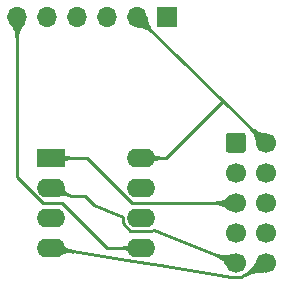
<source format=gbr>
%TF.GenerationSoftware,KiCad,Pcbnew,5.1.6*%
%TF.CreationDate,2020-09-07T14:06:32+03:00*%
%TF.ProjectId,pickit2_adapter,7069636b-6974-4325-9f61-646170746572,rev?*%
%TF.SameCoordinates,Original*%
%TF.FileFunction,Copper,L1,Top*%
%TF.FilePolarity,Positive*%
%FSLAX46Y46*%
G04 Gerber Fmt 4.6, Leading zero omitted, Abs format (unit mm)*
G04 Created by KiCad (PCBNEW 5.1.6) date 2020-09-07 14:06:32*
%MOMM*%
%LPD*%
G01*
G04 APERTURE LIST*
%TA.AperFunction,ComponentPad*%
%ADD10O,2.400000X1.600000*%
%TD*%
%TA.AperFunction,ComponentPad*%
%ADD11R,2.400000X1.600000*%
%TD*%
%TA.AperFunction,ComponentPad*%
%ADD12C,1.700000*%
%TD*%
%TA.AperFunction,ComponentPad*%
%ADD13O,1.700000X1.700000*%
%TD*%
%TA.AperFunction,ComponentPad*%
%ADD14R,1.700000X1.700000*%
%TD*%
%TA.AperFunction,Conductor*%
%ADD15C,0.250000*%
%TD*%
%TA.AperFunction,Conductor*%
%ADD16C,0.025400*%
%TD*%
G04 APERTURE END LIST*
D10*
%TO.P,SPI,8*%
%TO.N,VDD*%
X94742000Y-50927000D03*
%TO.P,SPI,4*%
%TO.N,GND*%
X87122000Y-58547000D03*
%TO.P,SPI,7*%
%TO.N,VDD*%
X94742000Y-53467000D03*
%TO.P,SPI,3*%
X87122000Y-56007000D03*
%TO.P,SPI,6*%
%TO.N,pgc*%
X94742000Y-56007000D03*
%TO.P,SPI,2*%
%TO.N,pgd*%
X87122000Y-53467000D03*
%TO.P,SPI,5*%
%TO.N,pgm*%
X94742000Y-58547000D03*
D11*
%TO.P,SPI,1*%
%TO.N,vpp*%
X87122000Y-50927000D03*
%TD*%
D12*
%TO.P,AVR,10*%
%TO.N,GND*%
X105283000Y-59817000D03*
%TO.P,AVR,8*%
X105283000Y-57277000D03*
%TO.P,AVR,6*%
X105283000Y-54737000D03*
%TO.P,AVR,4*%
X105283000Y-52197000D03*
%TO.P,AVR,2*%
%TO.N,VDD*%
X105283000Y-49657000D03*
%TO.P,AVR,9*%
%TO.N,pgd*%
X102743000Y-59817000D03*
%TO.P,AVR,7*%
%TO.N,pgc*%
X102743000Y-57277000D03*
%TO.P,AVR,5*%
%TO.N,vpp*%
X102743000Y-54737000D03*
%TO.P,AVR,3*%
%TO.N,N/C*%
X102743000Y-52197000D03*
%TO.P,AVR,1*%
%TO.N,pgm*%
%TA.AperFunction,ComponentPad*%
G36*
G01*
X101893000Y-50257000D02*
X101893000Y-49057000D01*
G75*
G02*
X102143000Y-48807000I250000J0D01*
G01*
X103343000Y-48807000D01*
G75*
G02*
X103593000Y-49057000I0J-250000D01*
G01*
X103593000Y-50257000D01*
G75*
G02*
X103343000Y-50507000I-250000J0D01*
G01*
X102143000Y-50507000D01*
G75*
G02*
X101893000Y-50257000I0J250000D01*
G01*
G37*
%TD.AperFunction*%
%TD*%
D13*
%TO.P,PICkit2,6*%
%TO.N,pgm*%
X84201000Y-38989000D03*
%TO.P,PICkit2,5*%
%TO.N,pgc*%
X86741000Y-38989000D03*
%TO.P,PICkit2,4*%
%TO.N,pgd*%
X89281000Y-38989000D03*
%TO.P,PICkit2,3*%
%TO.N,GND*%
X91821000Y-38989000D03*
%TO.P,PICkit2,2*%
%TO.N,VDD*%
X94361000Y-38989000D03*
D14*
%TO.P,PICkit2,1*%
%TO.N,vpp*%
X96901000Y-38989000D03*
%TD*%
D15*
%TO.N,pgm*%
X84201000Y-38989000D02*
X84201000Y-52539900D01*
X84201000Y-52539900D02*
X86398100Y-54737000D01*
X86398100Y-54737000D02*
X88064800Y-54737000D01*
X88064800Y-54737000D02*
X91874800Y-58547000D01*
X91874800Y-58547000D02*
X94742000Y-58547000D01*
%TO.N,pgd*%
X87122000Y-53467000D02*
X88782700Y-54142100D01*
X88782700Y-54142100D02*
X89958700Y-54142100D01*
X89958700Y-54142100D02*
X90222400Y-54405800D01*
X90222400Y-54405800D02*
X90764100Y-54947500D01*
X90764100Y-54947500D02*
X93189900Y-55933600D01*
X93189900Y-55933600D02*
X93208700Y-56187400D01*
X93208700Y-56187400D02*
X93216700Y-56402300D01*
X93216700Y-56402300D02*
X93225900Y-56448600D01*
X93225900Y-56448600D02*
X93243600Y-56491400D01*
X93243600Y-56491400D02*
X93261300Y-56517800D01*
X93261300Y-56517800D02*
X93825800Y-57082300D01*
X93825800Y-57082300D02*
X93861900Y-57106500D01*
X93861900Y-57106500D02*
X93908600Y-57125800D01*
X93908600Y-57125800D02*
X93941400Y-57132300D01*
X93941400Y-57132300D02*
X95542300Y-57132300D01*
X95542300Y-57132300D02*
X95578100Y-57125200D01*
X95578100Y-57125200D02*
X95839600Y-57016900D01*
X95839600Y-57016900D02*
X95849700Y-57014800D01*
X95849700Y-57014800D02*
X102743000Y-59817000D01*
%TO.N,GND*%
X105283000Y-59817000D02*
X104993000Y-59972100D01*
X104993000Y-59972100D02*
X103290900Y-60942400D01*
X103290900Y-60942400D02*
X103230500Y-60974000D01*
X103230500Y-60974000D02*
X103176500Y-60990300D01*
X103176500Y-60990300D02*
X103166600Y-60992300D01*
X103166600Y-60992300D02*
X102321400Y-60992300D01*
X102321400Y-60992300D02*
X96326200Y-59995100D01*
X96326200Y-59995100D02*
X94037600Y-59688500D01*
X94037600Y-59688500D02*
X87392700Y-58583300D01*
X87392700Y-58583300D02*
X87122000Y-58547000D01*
%TO.N,VDD*%
X101654000Y-46112400D02*
X94361000Y-38989000D01*
X105283000Y-49657000D02*
X101654000Y-46112400D01*
X94742000Y-50927000D02*
X96839400Y-50927000D01*
X96839400Y-50927000D02*
X101654000Y-46112400D01*
%TO.N,vpp*%
X102743000Y-54737000D02*
X93943300Y-54737000D01*
X93943300Y-54737000D02*
X90133300Y-50927000D01*
X90133300Y-50927000D02*
X87122000Y-50927000D01*
%TD*%
D16*
%TO.N,pgm*%
G36*
X84780271Y-39594165D02*
G01*
X84697476Y-39681648D01*
X84696825Y-39682392D01*
X84616925Y-39781187D01*
X84616312Y-39782011D01*
X84545812Y-39885244D01*
X84545255Y-39886138D01*
X84484155Y-39993809D01*
X84483667Y-39994759D01*
X84431967Y-40106867D01*
X84431562Y-40107852D01*
X84389262Y-40224398D01*
X84388945Y-40225398D01*
X84356045Y-40346382D01*
X84355817Y-40347376D01*
X84332317Y-40472798D01*
X84332174Y-40473766D01*
X84318074Y-40603626D01*
X84318008Y-40604553D01*
X84313737Y-40726595D01*
X84088263Y-40726595D01*
X84083992Y-40604553D01*
X84083926Y-40603626D01*
X84069826Y-40473766D01*
X84069683Y-40472798D01*
X84046183Y-40347376D01*
X84045955Y-40346382D01*
X84013055Y-40225398D01*
X84012738Y-40224398D01*
X83970438Y-40107852D01*
X83970033Y-40106867D01*
X83918333Y-39994759D01*
X83917845Y-39993809D01*
X83856745Y-39886138D01*
X83856188Y-39885244D01*
X83785688Y-39782011D01*
X83785075Y-39781187D01*
X83705175Y-39682392D01*
X83704524Y-39681648D01*
X83621729Y-39594165D01*
X84201000Y-38589426D01*
X84780271Y-39594165D01*
G37*
X84780271Y-39594165D02*
X84697476Y-39681648D01*
X84696825Y-39682392D01*
X84616925Y-39781187D01*
X84616312Y-39782011D01*
X84545812Y-39885244D01*
X84545255Y-39886138D01*
X84484155Y-39993809D01*
X84483667Y-39994759D01*
X84431967Y-40106867D01*
X84431562Y-40107852D01*
X84389262Y-40224398D01*
X84388945Y-40225398D01*
X84356045Y-40346382D01*
X84355817Y-40347376D01*
X84332317Y-40472798D01*
X84332174Y-40473766D01*
X84318074Y-40603626D01*
X84318008Y-40604553D01*
X84313737Y-40726595D01*
X84088263Y-40726595D01*
X84083992Y-40604553D01*
X84083926Y-40603626D01*
X84069826Y-40473766D01*
X84069683Y-40472798D01*
X84046183Y-40347376D01*
X84045955Y-40346382D01*
X84013055Y-40225398D01*
X84012738Y-40224398D01*
X83970438Y-40107852D01*
X83970033Y-40106867D01*
X83918333Y-39994759D01*
X83917845Y-39993809D01*
X83856745Y-39886138D01*
X83856188Y-39885244D01*
X83785688Y-39782011D01*
X83785075Y-39781187D01*
X83705175Y-39682392D01*
X83704524Y-39681648D01*
X83621729Y-39594165D01*
X84201000Y-38589426D01*
X84780271Y-39594165D01*
G36*
X95116574Y-58547000D02*
G01*
X94172542Y-59091271D01*
X94092083Y-59015125D01*
X94091339Y-59014474D01*
X93999897Y-58940524D01*
X93999073Y-58939911D01*
X93903521Y-58874661D01*
X93902627Y-58874103D01*
X93802965Y-58817553D01*
X93802015Y-58817066D01*
X93698243Y-58769216D01*
X93697257Y-58768811D01*
X93589375Y-58729661D01*
X93588375Y-58729344D01*
X93476383Y-58698894D01*
X93475389Y-58698666D01*
X93359287Y-58676916D01*
X93358320Y-58676773D01*
X93238108Y-58663723D01*
X93237181Y-58663657D01*
X93125115Y-58659736D01*
X93125115Y-58434264D01*
X93237181Y-58430342D01*
X93238108Y-58430276D01*
X93358320Y-58417226D01*
X93359287Y-58417083D01*
X93475389Y-58395333D01*
X93476383Y-58395105D01*
X93588375Y-58364655D01*
X93589375Y-58364338D01*
X93697257Y-58325188D01*
X93698243Y-58324783D01*
X93802015Y-58276933D01*
X93802965Y-58276446D01*
X93902627Y-58219896D01*
X93903521Y-58219338D01*
X93999073Y-58154088D01*
X93999897Y-58153475D01*
X94091339Y-58079525D01*
X94092083Y-58078874D01*
X94172542Y-58002729D01*
X95116574Y-58547000D01*
G37*
X95116574Y-58547000D02*
X94172542Y-59091271D01*
X94092083Y-59015125D01*
X94091339Y-59014474D01*
X93999897Y-58940524D01*
X93999073Y-58939911D01*
X93903521Y-58874661D01*
X93902627Y-58874103D01*
X93802965Y-58817553D01*
X93802015Y-58817066D01*
X93698243Y-58769216D01*
X93697257Y-58768811D01*
X93589375Y-58729661D01*
X93588375Y-58729344D01*
X93476383Y-58698894D01*
X93475389Y-58698666D01*
X93359287Y-58676916D01*
X93358320Y-58676773D01*
X93238108Y-58663723D01*
X93237181Y-58663657D01*
X93125115Y-58659736D01*
X93125115Y-58434264D01*
X93237181Y-58430342D01*
X93238108Y-58430276D01*
X93358320Y-58417226D01*
X93359287Y-58417083D01*
X93475389Y-58395333D01*
X93476383Y-58395105D01*
X93588375Y-58364655D01*
X93589375Y-58364338D01*
X93697257Y-58325188D01*
X93698243Y-58324783D01*
X93802015Y-58276933D01*
X93802965Y-58276446D01*
X93902627Y-58219896D01*
X93903521Y-58219338D01*
X93999073Y-58154088D01*
X93999897Y-58153475D01*
X94091339Y-58079525D01*
X94092083Y-58078874D01*
X94172542Y-58002729D01*
X95116574Y-58547000D01*
%TO.N,pgd*%
G36*
X87900359Y-53278088D02*
G01*
X87900803Y-53278971D01*
X87957665Y-53381913D01*
X87958198Y-53382791D01*
X88022143Y-53479221D01*
X88022761Y-53480074D01*
X88093790Y-53569992D01*
X88094486Y-53570801D01*
X88172599Y-53654208D01*
X88173360Y-53654955D01*
X88258556Y-53731850D01*
X88259363Y-53732520D01*
X88351644Y-53802903D01*
X88352479Y-53803488D01*
X88451843Y-53867359D01*
X88452685Y-53867856D01*
X88559132Y-53925216D01*
X88559966Y-53925627D01*
X88662306Y-53971462D01*
X88577395Y-54180336D01*
X88472102Y-54141765D01*
X88471219Y-54141478D01*
X88354942Y-54108297D01*
X88353992Y-54108064D01*
X88238247Y-54084490D01*
X88237240Y-54084327D01*
X88122026Y-54070361D01*
X88120980Y-54070278D01*
X88006296Y-54065919D01*
X88005231Y-54065923D01*
X87891079Y-54071171D01*
X87890016Y-54071265D01*
X87776395Y-54086120D01*
X87775356Y-54086300D01*
X87662266Y-54110762D01*
X87661272Y-54111020D01*
X87548713Y-54145090D01*
X87547779Y-54145413D01*
X87444570Y-54185653D01*
X86775003Y-53325940D01*
X87854500Y-53177249D01*
X87900359Y-53278088D01*
G37*
X87900359Y-53278088D02*
X87900803Y-53278971D01*
X87957665Y-53381913D01*
X87958198Y-53382791D01*
X88022143Y-53479221D01*
X88022761Y-53480074D01*
X88093790Y-53569992D01*
X88094486Y-53570801D01*
X88172599Y-53654208D01*
X88173360Y-53654955D01*
X88258556Y-53731850D01*
X88259363Y-53732520D01*
X88351644Y-53802903D01*
X88352479Y-53803488D01*
X88451843Y-53867359D01*
X88452685Y-53867856D01*
X88559132Y-53925216D01*
X88559966Y-53925627D01*
X88662306Y-53971462D01*
X88577395Y-54180336D01*
X88472102Y-54141765D01*
X88471219Y-54141478D01*
X88354942Y-54108297D01*
X88353992Y-54108064D01*
X88238247Y-54084490D01*
X88237240Y-54084327D01*
X88122026Y-54070361D01*
X88120980Y-54070278D01*
X88006296Y-54065919D01*
X88005231Y-54065923D01*
X87891079Y-54071171D01*
X87890016Y-54071265D01*
X87776395Y-54086120D01*
X87775356Y-54086300D01*
X87662266Y-54110762D01*
X87661272Y-54111020D01*
X87548713Y-54145090D01*
X87547779Y-54145413D01*
X87444570Y-54185653D01*
X86775003Y-53325940D01*
X87854500Y-53177249D01*
X87900359Y-53278088D01*
G36*
X103113157Y-59967473D02*
G01*
X101964242Y-60125729D01*
X101914377Y-60016084D01*
X101913933Y-60015202D01*
X101852500Y-59903980D01*
X101851968Y-59903102D01*
X101782884Y-59798916D01*
X101782265Y-59798062D01*
X101705530Y-59700913D01*
X101704834Y-59700104D01*
X101620449Y-59609992D01*
X101619689Y-59609245D01*
X101527652Y-59526170D01*
X101526844Y-59525500D01*
X101427156Y-59449461D01*
X101426321Y-59448876D01*
X101318982Y-59379875D01*
X101318140Y-59379378D01*
X101203150Y-59317413D01*
X101202316Y-59317002D01*
X101090868Y-59267087D01*
X101175778Y-59058212D01*
X101290443Y-59100214D01*
X101291326Y-59100502D01*
X101416936Y-59136343D01*
X101417887Y-59136575D01*
X101542925Y-59162037D01*
X101543931Y-59162200D01*
X101668398Y-59177283D01*
X101669444Y-59177366D01*
X101793340Y-59182069D01*
X101794406Y-59182065D01*
X101917731Y-59176390D01*
X101918794Y-59176296D01*
X102041547Y-59160241D01*
X102042586Y-59160061D01*
X102164769Y-59133626D01*
X102165763Y-59133368D01*
X102287374Y-59096555D01*
X102288307Y-59096232D01*
X102400529Y-59052478D01*
X103113157Y-59967473D01*
G37*
X103113157Y-59967473D02*
X101964242Y-60125729D01*
X101914377Y-60016084D01*
X101913933Y-60015202D01*
X101852500Y-59903980D01*
X101851968Y-59903102D01*
X101782884Y-59798916D01*
X101782265Y-59798062D01*
X101705530Y-59700913D01*
X101704834Y-59700104D01*
X101620449Y-59609992D01*
X101619689Y-59609245D01*
X101527652Y-59526170D01*
X101526844Y-59525500D01*
X101427156Y-59449461D01*
X101426321Y-59448876D01*
X101318982Y-59379875D01*
X101318140Y-59379378D01*
X101203150Y-59317413D01*
X101202316Y-59317002D01*
X101090868Y-59267087D01*
X101175778Y-59058212D01*
X101290443Y-59100214D01*
X101291326Y-59100502D01*
X101416936Y-59136343D01*
X101417887Y-59136575D01*
X101542925Y-59162037D01*
X101543931Y-59162200D01*
X101668398Y-59177283D01*
X101669444Y-59177366D01*
X101793340Y-59182069D01*
X101794406Y-59182065D01*
X101917731Y-59176390D01*
X101918794Y-59176296D01*
X102041547Y-59160241D01*
X102042586Y-59160061D01*
X102164769Y-59133626D01*
X102165763Y-59133368D01*
X102287374Y-59096555D01*
X102288307Y-59096232D01*
X102400529Y-59052478D01*
X103113157Y-59967473D01*
%TO.N,GND*%
G36*
X105630130Y-59619115D02*
G01*
X105044057Y-60620087D01*
X104924029Y-60592847D01*
X104922707Y-60592620D01*
X104788609Y-60576787D01*
X104787336Y-60576701D01*
X104648237Y-60574334D01*
X104647046Y-60574370D01*
X104502947Y-60585469D01*
X104501857Y-60585600D01*
X104352759Y-60610166D01*
X104351781Y-60610367D01*
X104197682Y-60648398D01*
X104196814Y-60648645D01*
X104037715Y-60700142D01*
X104036951Y-60700417D01*
X103872852Y-60765381D01*
X103872183Y-60765668D01*
X103703084Y-60844098D01*
X103702500Y-60844388D01*
X103539274Y-60930545D01*
X103427745Y-60734902D01*
X103586419Y-60641200D01*
X103586982Y-60640847D01*
X103742116Y-60537918D01*
X103742723Y-60537489D01*
X103883545Y-60431694D01*
X103884192Y-60431174D01*
X104010704Y-60322513D01*
X104011382Y-60321886D01*
X104123584Y-60210358D01*
X104124280Y-60209608D01*
X104222170Y-60095214D01*
X104222863Y-60094328D01*
X104306443Y-59977067D01*
X104307103Y-59976040D01*
X104376373Y-59855912D01*
X104376966Y-59854749D01*
X104431924Y-59731755D01*
X104432414Y-59730477D01*
X104470207Y-59613459D01*
X105630130Y-59619115D01*
G37*
X105630130Y-59619115D02*
X105044057Y-60620087D01*
X104924029Y-60592847D01*
X104922707Y-60592620D01*
X104788609Y-60576787D01*
X104787336Y-60576701D01*
X104648237Y-60574334D01*
X104647046Y-60574370D01*
X104502947Y-60585469D01*
X104501857Y-60585600D01*
X104352759Y-60610166D01*
X104351781Y-60610367D01*
X104197682Y-60648398D01*
X104196814Y-60648645D01*
X104037715Y-60700142D01*
X104036951Y-60700417D01*
X103872852Y-60765381D01*
X103872183Y-60765668D01*
X103703084Y-60844098D01*
X103702500Y-60844388D01*
X103539274Y-60930545D01*
X103427745Y-60734902D01*
X103586419Y-60641200D01*
X103586982Y-60640847D01*
X103742116Y-60537918D01*
X103742723Y-60537489D01*
X103883545Y-60431694D01*
X103884192Y-60431174D01*
X104010704Y-60322513D01*
X104011382Y-60321886D01*
X104123584Y-60210358D01*
X104124280Y-60209608D01*
X104222170Y-60095214D01*
X104222863Y-60094328D01*
X104306443Y-59977067D01*
X104307103Y-59976040D01*
X104376373Y-59855912D01*
X104376966Y-59854749D01*
X104431924Y-59731755D01*
X104432414Y-59730477D01*
X104470207Y-59613459D01*
X105630130Y-59619115D01*
G36*
X87842744Y-58192372D02*
G01*
X87843621Y-58193378D01*
X87929812Y-58282417D01*
X87930751Y-58283293D01*
X88027837Y-58365151D01*
X88028799Y-58365888D01*
X88136782Y-58440564D01*
X88137736Y-58441162D01*
X88256614Y-58508657D01*
X88257532Y-58509130D01*
X88387306Y-58569442D01*
X88388171Y-58569806D01*
X88528840Y-58622937D01*
X88529642Y-58623210D01*
X88681207Y-58669159D01*
X88681944Y-58669358D01*
X88844405Y-58708125D01*
X88845077Y-58708266D01*
X89006130Y-58737610D01*
X88969179Y-58959777D01*
X88806565Y-58938375D01*
X88805897Y-58938305D01*
X88639154Y-58925284D01*
X88638408Y-58925247D01*
X88479706Y-58922209D01*
X88478878Y-58922220D01*
X88328216Y-58929164D01*
X88327304Y-58929240D01*
X88184684Y-58946166D01*
X88183691Y-58946324D01*
X88049111Y-58973233D01*
X88048046Y-58973494D01*
X87921508Y-59010385D01*
X87920391Y-59010767D01*
X87801893Y-59057641D01*
X87800753Y-59058159D01*
X87690296Y-59115015D01*
X87689167Y-59115672D01*
X87594556Y-59177418D01*
X86752503Y-58485545D01*
X87773185Y-58103481D01*
X87842744Y-58192372D01*
G37*
X87842744Y-58192372D02*
X87843621Y-58193378D01*
X87929812Y-58282417D01*
X87930751Y-58283293D01*
X88027837Y-58365151D01*
X88028799Y-58365888D01*
X88136782Y-58440564D01*
X88137736Y-58441162D01*
X88256614Y-58508657D01*
X88257532Y-58509130D01*
X88387306Y-58569442D01*
X88388171Y-58569806D01*
X88528840Y-58622937D01*
X88529642Y-58623210D01*
X88681207Y-58669159D01*
X88681944Y-58669358D01*
X88844405Y-58708125D01*
X88845077Y-58708266D01*
X89006130Y-58737610D01*
X88969179Y-58959777D01*
X88806565Y-58938375D01*
X88805897Y-58938305D01*
X88639154Y-58925284D01*
X88638408Y-58925247D01*
X88479706Y-58922209D01*
X88478878Y-58922220D01*
X88328216Y-58929164D01*
X88327304Y-58929240D01*
X88184684Y-58946166D01*
X88183691Y-58946324D01*
X88049111Y-58973233D01*
X88048046Y-58973494D01*
X87921508Y-59010385D01*
X87920391Y-59010767D01*
X87801893Y-59057641D01*
X87800753Y-59058159D01*
X87690296Y-59115015D01*
X87689167Y-59115672D01*
X87594556Y-59177418D01*
X86752503Y-58485545D01*
X87773185Y-58103481D01*
X87842744Y-58192372D01*
%TO.N,VDD*%
G36*
X95198680Y-38997458D02*
G01*
X95203411Y-39117814D01*
X95203488Y-39118799D01*
X95218335Y-39244990D01*
X95218496Y-39246004D01*
X95243085Y-39368571D01*
X95243335Y-39369595D01*
X95277667Y-39488538D01*
X95278006Y-39489550D01*
X95322081Y-39604869D01*
X95322503Y-39605848D01*
X95376320Y-39717544D01*
X95376814Y-39718469D01*
X95440375Y-39826541D01*
X95440927Y-39827399D01*
X95514230Y-39931847D01*
X95514822Y-39932625D01*
X95597869Y-40033450D01*
X95598486Y-40034145D01*
X95682807Y-40122477D01*
X95525260Y-40283775D01*
X95434969Y-40201555D01*
X95434259Y-40200955D01*
X95331509Y-40120304D01*
X95330717Y-40119730D01*
X95224573Y-40048904D01*
X95223703Y-40048373D01*
X95114165Y-39987372D01*
X95113228Y-39986899D01*
X95000297Y-39935724D01*
X94999309Y-39935326D01*
X94882984Y-39893976D01*
X94881964Y-39893661D01*
X94762246Y-39862137D01*
X94761216Y-39861911D01*
X94638105Y-39840212D01*
X94637088Y-39840075D01*
X94510583Y-39828202D01*
X94509596Y-39828148D01*
X94389162Y-39826249D01*
X94075156Y-38709803D01*
X95198680Y-38997458D01*
G37*
X95198680Y-38997458D02*
X95203411Y-39117814D01*
X95203488Y-39118799D01*
X95218335Y-39244990D01*
X95218496Y-39246004D01*
X95243085Y-39368571D01*
X95243335Y-39369595D01*
X95277667Y-39488538D01*
X95278006Y-39489550D01*
X95322081Y-39604869D01*
X95322503Y-39605848D01*
X95376320Y-39717544D01*
X95376814Y-39718469D01*
X95440375Y-39826541D01*
X95440927Y-39827399D01*
X95514230Y-39931847D01*
X95514822Y-39932625D01*
X95597869Y-40033450D01*
X95598486Y-40034145D01*
X95682807Y-40122477D01*
X95525260Y-40283775D01*
X95434969Y-40201555D01*
X95434259Y-40200955D01*
X95331509Y-40120304D01*
X95330717Y-40119730D01*
X95224573Y-40048904D01*
X95223703Y-40048373D01*
X95114165Y-39987372D01*
X95113228Y-39986899D01*
X95000297Y-39935724D01*
X94999309Y-39935326D01*
X94882984Y-39893976D01*
X94881964Y-39893661D01*
X94762246Y-39862137D01*
X94761216Y-39861911D01*
X94638105Y-39840212D01*
X94637088Y-39840075D01*
X94510583Y-39828202D01*
X94509596Y-39828148D01*
X94389162Y-39826249D01*
X94075156Y-38709803D01*
X95198680Y-38997458D01*
G36*
X104209029Y-48444445D02*
G01*
X104209739Y-48445045D01*
X104312490Y-48525696D01*
X104313282Y-48526270D01*
X104419426Y-48597096D01*
X104420296Y-48597628D01*
X104529833Y-48658628D01*
X104530770Y-48659100D01*
X104643702Y-48710275D01*
X104644690Y-48710673D01*
X104761014Y-48752023D01*
X104762034Y-48752338D01*
X104881752Y-48783862D01*
X104882782Y-48784088D01*
X105005893Y-48805787D01*
X105006910Y-48805924D01*
X105133415Y-48817797D01*
X105134402Y-48817851D01*
X105254837Y-48819751D01*
X105568845Y-49936197D01*
X104445320Y-49648543D01*
X104440588Y-49528185D01*
X104440511Y-49527200D01*
X104425664Y-49401010D01*
X104425503Y-49399996D01*
X104400914Y-49277429D01*
X104400664Y-49276405D01*
X104366332Y-49157462D01*
X104365993Y-49156450D01*
X104321918Y-49041131D01*
X104321496Y-49040152D01*
X104267678Y-48928456D01*
X104267184Y-48927531D01*
X104203624Y-48819459D01*
X104203072Y-48818601D01*
X104129768Y-48714152D01*
X104129176Y-48713374D01*
X104046130Y-48612550D01*
X104045513Y-48611855D01*
X103961192Y-48523524D01*
X104118739Y-48362226D01*
X104209029Y-48444445D01*
G37*
X104209029Y-48444445D02*
X104209739Y-48445045D01*
X104312490Y-48525696D01*
X104313282Y-48526270D01*
X104419426Y-48597096D01*
X104420296Y-48597628D01*
X104529833Y-48658628D01*
X104530770Y-48659100D01*
X104643702Y-48710275D01*
X104644690Y-48710673D01*
X104761014Y-48752023D01*
X104762034Y-48752338D01*
X104881752Y-48783862D01*
X104882782Y-48784088D01*
X105005893Y-48805787D01*
X105006910Y-48805924D01*
X105133415Y-48817797D01*
X105134402Y-48817851D01*
X105254837Y-48819751D01*
X105568845Y-49936197D01*
X104445320Y-49648543D01*
X104440588Y-49528185D01*
X104440511Y-49527200D01*
X104425664Y-49401010D01*
X104425503Y-49399996D01*
X104400914Y-49277429D01*
X104400664Y-49276405D01*
X104366332Y-49157462D01*
X104365993Y-49156450D01*
X104321918Y-49041131D01*
X104321496Y-49040152D01*
X104267678Y-48928456D01*
X104267184Y-48927531D01*
X104203624Y-48819459D01*
X104203072Y-48818601D01*
X104129768Y-48714152D01*
X104129176Y-48713374D01*
X104046130Y-48612550D01*
X104045513Y-48611855D01*
X103961192Y-48523524D01*
X104118739Y-48362226D01*
X104209029Y-48444445D01*
G36*
X95391916Y-50458874D02*
G01*
X95392660Y-50459525D01*
X95484102Y-50533475D01*
X95484926Y-50534088D01*
X95580478Y-50599338D01*
X95581372Y-50599896D01*
X95681034Y-50656446D01*
X95681984Y-50656933D01*
X95785756Y-50704783D01*
X95786742Y-50705188D01*
X95894624Y-50744338D01*
X95895624Y-50744655D01*
X96007616Y-50775105D01*
X96008610Y-50775333D01*
X96124712Y-50797083D01*
X96125679Y-50797226D01*
X96245891Y-50810276D01*
X96246818Y-50810342D01*
X96358885Y-50814264D01*
X96358885Y-51039736D01*
X96246818Y-51043657D01*
X96245891Y-51043723D01*
X96125679Y-51056773D01*
X96124712Y-51056916D01*
X96008610Y-51078666D01*
X96007616Y-51078894D01*
X95895624Y-51109344D01*
X95894624Y-51109661D01*
X95786742Y-51148811D01*
X95785756Y-51149216D01*
X95681984Y-51197066D01*
X95681034Y-51197553D01*
X95581372Y-51254103D01*
X95580478Y-51254661D01*
X95484926Y-51319911D01*
X95484102Y-51320524D01*
X95392660Y-51394474D01*
X95391916Y-51395125D01*
X95311458Y-51471271D01*
X94367426Y-50927000D01*
X95311458Y-50382729D01*
X95391916Y-50458874D01*
G37*
X95391916Y-50458874D02*
X95392660Y-50459525D01*
X95484102Y-50533475D01*
X95484926Y-50534088D01*
X95580478Y-50599338D01*
X95581372Y-50599896D01*
X95681034Y-50656446D01*
X95681984Y-50656933D01*
X95785756Y-50704783D01*
X95786742Y-50705188D01*
X95894624Y-50744338D01*
X95895624Y-50744655D01*
X96007616Y-50775105D01*
X96008610Y-50775333D01*
X96124712Y-50797083D01*
X96125679Y-50797226D01*
X96245891Y-50810276D01*
X96246818Y-50810342D01*
X96358885Y-50814264D01*
X96358885Y-51039736D01*
X96246818Y-51043657D01*
X96245891Y-51043723D01*
X96125679Y-51056773D01*
X96124712Y-51056916D01*
X96008610Y-51078666D01*
X96007616Y-51078894D01*
X95895624Y-51109344D01*
X95894624Y-51109661D01*
X95786742Y-51148811D01*
X95785756Y-51149216D01*
X95681984Y-51197066D01*
X95681034Y-51197553D01*
X95581372Y-51254103D01*
X95580478Y-51254661D01*
X95484926Y-51319911D01*
X95484102Y-51320524D01*
X95392660Y-51394474D01*
X95391916Y-51395125D01*
X95311458Y-51471271D01*
X94367426Y-50927000D01*
X95311458Y-50382729D01*
X95391916Y-50458874D01*
%TO.N,vpp*%
G36*
X103142574Y-54737000D02*
G01*
X102137835Y-55316271D01*
X102050351Y-55233476D01*
X102049607Y-55232825D01*
X101950812Y-55152925D01*
X101949988Y-55152312D01*
X101846755Y-55081812D01*
X101845861Y-55081255D01*
X101738191Y-55020155D01*
X101737241Y-55019667D01*
X101625132Y-54967967D01*
X101624147Y-54967562D01*
X101507601Y-54925262D01*
X101506601Y-54924945D01*
X101385617Y-54892045D01*
X101384623Y-54891817D01*
X101259201Y-54868317D01*
X101258233Y-54868174D01*
X101128373Y-54854074D01*
X101127446Y-54854008D01*
X101005405Y-54849737D01*
X101005405Y-54624263D01*
X101127446Y-54619992D01*
X101128373Y-54619926D01*
X101258233Y-54605826D01*
X101259201Y-54605683D01*
X101384623Y-54582183D01*
X101385617Y-54581955D01*
X101506601Y-54549055D01*
X101507601Y-54548738D01*
X101624147Y-54506438D01*
X101625132Y-54506033D01*
X101737240Y-54454333D01*
X101738190Y-54453845D01*
X101845861Y-54392745D01*
X101846755Y-54392188D01*
X101949988Y-54321688D01*
X101950812Y-54321075D01*
X102049607Y-54241175D01*
X102050351Y-54240524D01*
X102137835Y-54157729D01*
X103142574Y-54737000D01*
G37*
X103142574Y-54737000D02*
X102137835Y-55316271D01*
X102050351Y-55233476D01*
X102049607Y-55232825D01*
X101950812Y-55152925D01*
X101949988Y-55152312D01*
X101846755Y-55081812D01*
X101845861Y-55081255D01*
X101738191Y-55020155D01*
X101737241Y-55019667D01*
X101625132Y-54967967D01*
X101624147Y-54967562D01*
X101507601Y-54925262D01*
X101506601Y-54924945D01*
X101385617Y-54892045D01*
X101384623Y-54891817D01*
X101259201Y-54868317D01*
X101258233Y-54868174D01*
X101128373Y-54854074D01*
X101127446Y-54854008D01*
X101005405Y-54849737D01*
X101005405Y-54624263D01*
X101127446Y-54619992D01*
X101128373Y-54619926D01*
X101258233Y-54605826D01*
X101259201Y-54605683D01*
X101384623Y-54582183D01*
X101385617Y-54581955D01*
X101506601Y-54549055D01*
X101507601Y-54548738D01*
X101624147Y-54506438D01*
X101625132Y-54506033D01*
X101737240Y-54454333D01*
X101738190Y-54453845D01*
X101845861Y-54392745D01*
X101846755Y-54392188D01*
X101949988Y-54321688D01*
X101950812Y-54321075D01*
X102049607Y-54241175D01*
X102050351Y-54240524D01*
X102137835Y-54157729D01*
X103142574Y-54737000D01*
G36*
X87771916Y-50458874D02*
G01*
X87772660Y-50459525D01*
X87864102Y-50533475D01*
X87864926Y-50534088D01*
X87960478Y-50599338D01*
X87961372Y-50599896D01*
X88061034Y-50656446D01*
X88061984Y-50656933D01*
X88165756Y-50704783D01*
X88166742Y-50705188D01*
X88274624Y-50744338D01*
X88275624Y-50744655D01*
X88387616Y-50775105D01*
X88388610Y-50775333D01*
X88504712Y-50797083D01*
X88505679Y-50797226D01*
X88625891Y-50810276D01*
X88626818Y-50810342D01*
X88738885Y-50814264D01*
X88738885Y-51039736D01*
X88626818Y-51043657D01*
X88625891Y-51043723D01*
X88505679Y-51056773D01*
X88504712Y-51056916D01*
X88388610Y-51078666D01*
X88387616Y-51078894D01*
X88275624Y-51109344D01*
X88274624Y-51109661D01*
X88166742Y-51148811D01*
X88165756Y-51149216D01*
X88061984Y-51197066D01*
X88061034Y-51197553D01*
X87961372Y-51254103D01*
X87960478Y-51254661D01*
X87864926Y-51319911D01*
X87864102Y-51320524D01*
X87772660Y-51394474D01*
X87771916Y-51395125D01*
X87691458Y-51471271D01*
X86747426Y-50927000D01*
X87691458Y-50382729D01*
X87771916Y-50458874D01*
G37*
X87771916Y-50458874D02*
X87772660Y-50459525D01*
X87864102Y-50533475D01*
X87864926Y-50534088D01*
X87960478Y-50599338D01*
X87961372Y-50599896D01*
X88061034Y-50656446D01*
X88061984Y-50656933D01*
X88165756Y-50704783D01*
X88166742Y-50705188D01*
X88274624Y-50744338D01*
X88275624Y-50744655D01*
X88387616Y-50775105D01*
X88388610Y-50775333D01*
X88504712Y-50797083D01*
X88505679Y-50797226D01*
X88625891Y-50810276D01*
X88626818Y-50810342D01*
X88738885Y-50814264D01*
X88738885Y-51039736D01*
X88626818Y-51043657D01*
X88625891Y-51043723D01*
X88505679Y-51056773D01*
X88504712Y-51056916D01*
X88388610Y-51078666D01*
X88387616Y-51078894D01*
X88275624Y-51109344D01*
X88274624Y-51109661D01*
X88166742Y-51148811D01*
X88165756Y-51149216D01*
X88061984Y-51197066D01*
X88061034Y-51197553D01*
X87961372Y-51254103D01*
X87960478Y-51254661D01*
X87864926Y-51319911D01*
X87864102Y-51320524D01*
X87772660Y-51394474D01*
X87771916Y-51395125D01*
X87691458Y-51471271D01*
X86747426Y-50927000D01*
X87691458Y-50382729D01*
X87771916Y-50458874D01*
%TD*%
M02*

</source>
